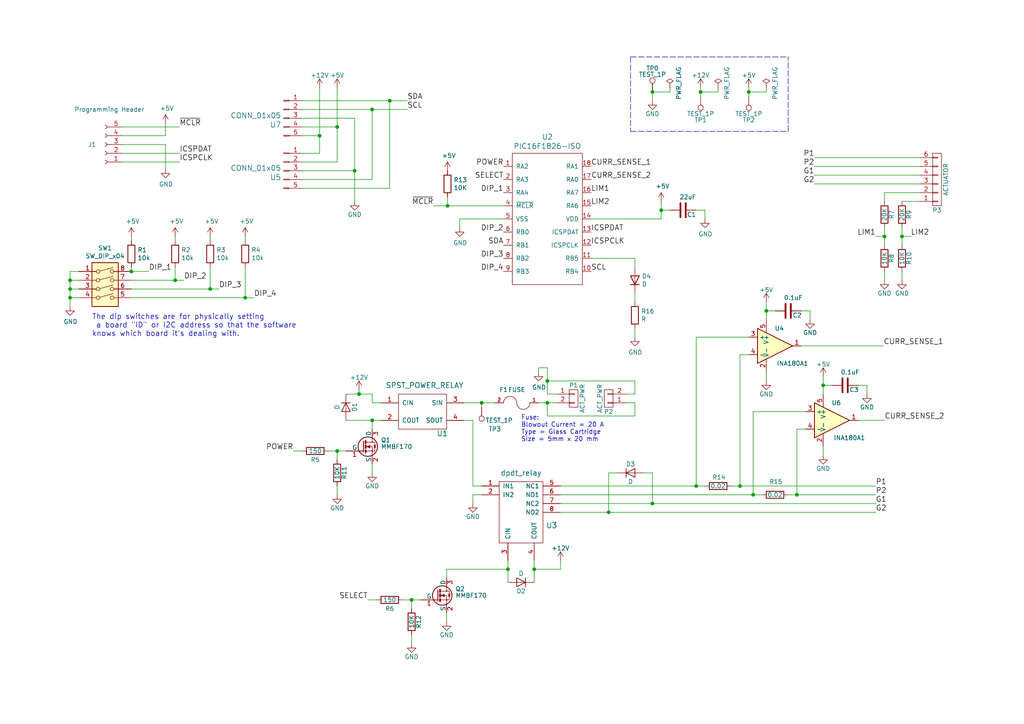
<source format=kicad_sch>
(kicad_sch (version 20211123) (generator eeschema)
  (paper "A4")
  (title_block (title "RLCS Relay Board") (date "2022-11-25") (rev "A") (company "Waterloo Rocketry Team"))
  (lib_symbols
    (symbol "Connector:Conn_01x05_Female" (pin_names (offset 1.016) hide)
      (property "Reference" "J" (at 0 7.62 0))
      (property "Value" "Conn_01x05_Female" (at 0 -7.62 0))
      (symbol "Conn_01x05_Female_1_1"
        (arc (start 0 -4.572) (mid -0.508 -5.08) (end 0 -5.588) (stroke (width 0.1524)))
        (arc (start 0 -2.032) (mid -0.508 -2.54) (end 0 -3.048) (stroke (width 0.1524)))
        (polyline (pts (xy -1.27 -5.08) (xy -0.508 -5.08)) (stroke (width 0.1524)))
        (polyline (pts (xy -1.27 -2.54) (xy -0.508 -2.54)) (stroke (width 0.1524)))
        (polyline (pts (xy -1.27 0) (xy -0.508 0)) (stroke (width 0.1524)))
        (polyline (pts (xy -1.27 2.54) (xy -0.508 2.54)) (stroke (width 0.1524)))
        (polyline (pts (xy -1.27 5.08) (xy -0.508 5.08)) (stroke (width 0.1524)))
        (arc (start 0 0.508) (mid -0.508 0) (end 0 -0.508) (stroke (width 0.1524)))
        (arc (start 0 3.048) (mid -0.508 2.54) (end 0 2.032) (stroke (width 0.1524)))
        (arc (start 0 5.588) (mid -0.508 5.08) (end 0 4.572) (stroke (width 0.1524)))
        (pin passive line (at -5.08 5.08 0) (length 3.81) (name "Pin_1") (number "1"))
        (pin passive line (at -5.08 2.54 0) (length 3.81) (name "Pin_2") (number "2"))
        (pin passive line (at -5.08 0 0) (length 3.81) (name "Pin_3") (number "3"))
        (pin passive line (at -5.08 -2.54 0) (length 3.81) (name "Pin_4") (number "4"))
        (pin passive line (at -5.08 -5.08 0) (length 3.81) (name "Pin_5") (number "5"))
      )
    )
    (symbol "Device:C" (pin_numbers hide) (pin_names (offset 0.254))
      (property "Reference" "C" (at 0.635 2.54 0))
      (property "Value" "C" (at 0.635 -2.54 0))
      (symbol "C_0_1"
        (polyline (pts (xy -2.032 -0.762) (xy 2.032 -0.762)) (stroke (width 0.508)))
        (polyline (pts (xy -2.032 0.762) (xy 2.032 0.762)) (stroke (width 0.508)))
      )
      (symbol "C_1_1"
        (pin passive line (at 0 3.81 270) (length 2.794) (name "~") (number "1"))
        (pin passive line (at 0 -3.81 90) (length 2.794) (name "~") (number "2"))
      )
    )
    (symbol "Device:D" (pin_numbers hide) (pin_names (offset 1.016) hide)
      (property "Reference" "D" (at 0 2.54 0))
      (property "Value" "D" (at 0 -2.54 0))
      (symbol "D_0_1"
        (polyline (pts (xy -1.27 1.27) (xy -1.27 -1.27)) (stroke (width 0.254)))
        (polyline (pts (xy 1.27 0) (xy -1.27 0)))
        (polyline (pts (xy 1.27 1.27) (xy 1.27 -1.27) (xy -1.27 0) (xy 1.27 1.27)) (stroke (width 0.254)))
      )
      (symbol "D_1_1"
        (pin passive line (at -3.81 0 0) (length 2.54) (name "K") (number "1"))
        (pin passive line (at 3.81 0 180) (length 2.54) (name "A") (number "2"))
      )
    )
    (symbol "Device:R" (pin_numbers hide) (pin_names (offset 0))
      (property "Reference" "R" (at 2.032 0 90))
      (property "Value" "R" (at 0 0 90))
      (symbol "R_0_1"
        (rectangle (start -1.016 -2.54) (end 1.016 2.54) (stroke (width 0.254)))
      )
      (symbol "R_1_1"
        (pin passive line (at 0 3.81 270) (length 1.27) (name "~") (number "1"))
        (pin passive line (at 0 -3.81 90) (length 1.27) (name "~") (number "2"))
      )
    )
    (symbol "Switch:SW_DIP_x04" (pin_names (offset 0) hide)
      (property "Reference" "SW" (at 0 8.89 0))
      (property "Value" "SW_DIP_x04" (at 0 -6.35 0))
      (symbol "SW_DIP_x04_0_0"
        (circle (center -2.032 -2.54) (radius 0.508))
        (circle (center -2.032 0) (radius 0.508))
        (circle (center -2.032 2.54) (radius 0.508))
        (circle (center -2.032 5.08) (radius 0.508))
        (polyline (pts (xy -1.524 -2.3876) (xy 2.3622 -1.3462)))
        (polyline (pts (xy -1.524 0.127) (xy 2.3622 1.1684)))
        (polyline (pts (xy -1.524 2.667) (xy 2.3622 3.7084)))
        (polyline (pts (xy -1.524 5.207) (xy 2.3622 6.2484)))
        (circle (center 2.032 -2.54) (radius 0.508))
        (circle (center 2.032 0) (radius 0.508))
        (circle (center 2.032 2.54) (radius 0.508))
        (circle (center 2.032 5.08) (radius 0.508))
      )
      (symbol "SW_DIP_x04_0_1"
        (rectangle (start -3.81 7.62) (end 3.81 -5.08) (stroke (width 0.254)) (fill (type background)))
      )
      (symbol "SW_DIP_x04_1_1"
        (pin passive line (at -7.62 5.08 0) (length 5.08) (name "~") (number "1"))
        (pin passive line (at -7.62 2.54 0) (length 5.08) (name "~") (number "2"))
        (pin passive line (at -7.62 0 0) (length 5.08) (name "~") (number "3"))
        (pin passive line (at -7.62 -2.54 0) (length 5.08) (name "~") (number "4"))
        (pin passive line (at 7.62 -2.54 180) (length 5.08) (name "~") (number "5"))
        (pin passive line (at 7.62 0 180) (length 5.08) (name "~") (number "6"))
        (pin passive line (at 7.62 2.54 180) (length 5.08) (name "~") (number "7"))
        (pin passive line (at 7.62 5.08 180) (length 5.08) (name "~") (number "8"))
      )
    )
    (symbol "power:+5V" (power) (pin_names (offset 0))
      (property "Value" "+5V" (at 0 3.556 0))
      (symbol "+5V_0_1"
        (polyline (pts (xy -0.762 1.27) (xy 0 2.54)))
        (polyline (pts (xy 0 0) (xy 0 2.54)))
        (polyline (pts (xy 0 2.54) (xy 0.762 1.27)))
      )
      (symbol "+5V_1_1"
        (pin power_in line (at 0 0 90) (length 0) hide (name "+5V") (number "1"))
      )
    )
    (symbol "power:GND" (power) (pin_names (offset 0))
      (property "Value" "GND" (at 0 -3.81 0))
      (symbol "GND_0_1"
        (polyline (pts (xy 0 0) (xy 0 -1.27) (xy 1.27 -1.27) (xy 0 -2.54) (xy -1.27 -1.27) (xy 0 -1.27)))
      )
      (symbol "GND_1_1"
        (pin power_in line (at 0 0 270) (length 0) hide (name "GND") (number "1"))
      )
    )
    (symbol "power:PWR_FLAG" (power) (pin_numbers hide) (pin_names (offset 0) hide)
      (property "Value" "PWR_FLAG" (at 0 3.81 0))
      (symbol "PWR_FLAG_0_0"
        (pin power_out line (at 0 0 90) (length 0) (name "pwr") (number "1"))
      )
      (symbol "PWR_FLAG_0_1"
        (polyline (pts (xy 0 0) (xy 0 1.27) (xy -1.016 1.905) (xy 0 2.54) (xy 1.016 1.905) (xy 0 1.27)))
      )
    )
    (symbol "rlcsv4_modular-rescue:+12V-rlcsv3_modular-rescue" (power) (pin_names (offset 0))
      (property "Value" "+12V-rlcsv3_modular-rescue" (at 0 3.556 0))
      (symbol "+12V-rlcsv3_modular-rescue_0_1"
        (polyline (pts (xy -0.762 1.27) (xy 0 2.54)))
        (polyline (pts (xy 0 0) (xy 0 2.54)))
        (polyline (pts (xy 0 2.54) (xy 0.762 1.27)))
      )
      (symbol "+12V-rlcsv3_modular-rescue_1_1"
        (pin power_in line (at 0 0 90) (length 0) hide (name "+12V") (number "1"))
      )
    )
    (symbol "rlcsv4_modular-rescue:+5V-rlcsv3_modular-rescue" (power) (pin_names (offset 0))
      (property "Value" "+5V-rlcsv3_modular-rescue" (at 0 3.556 0))
      (symbol "+5V-rlcsv3_modular-rescue_0_1"
        (polyline (pts (xy -0.762 1.27) (xy 0 2.54)))
        (polyline (pts (xy 0 0) (xy 0 2.54)))
        (polyline (pts (xy 0 2.54) (xy 0.762 1.27)))
      )
      (symbol "+5V-rlcsv3_modular-rescue_1_1"
        (pin power_in line (at 0 0 90) (length 0) hide (name "+5V") (number "1"))
      )
    )
    (symbol "rlcsv4_modular-rescue:C-rlcsv3_modular-rescue" (pin_numbers hide) (pin_names (offset 0.254))
      (property "Reference" "C" (at 0.635 2.54 0))
      (property "Value" "C-rlcsv3_modular-rescue" (at 0.635 -2.54 0))
      (symbol "C-rlcsv3_modular-rescue_0_1"
        (polyline (pts (xy -2.032 -0.762) (xy 2.032 -0.762)) (stroke (width 0.508)))
        (polyline (pts (xy -2.032 0.762) (xy 2.032 0.762)) (stroke (width 0.508)))
      )
      (symbol "C-rlcsv3_modular-rescue_1_1"
        (pin passive line (at 0 3.81 270) (length 2.794) (name "~") (number "1"))
        (pin passive line (at 0 -3.81 90) (length 2.794) (name "~") (number "2"))
      )
    )
    (symbol "rlcsv4_modular-rescue:CONN_01X02-rlcsv3_modular-rescue" (pin_names (offset 1.016) hide)
      (property "Reference" "J" (at 0 3.81 0))
      (property "Value" "CONN_01X02-rlcsv3_modular-rescue" (at 2.54 0 90))
      (symbol "CONN_01X02-rlcsv3_modular-rescue_0_1"
        (rectangle (start -1.27 -1.143) (end 0.254 -1.397))
        (rectangle (start -1.27 1.397) (end 0.254 1.143))
        (rectangle (start -1.27 2.54) (end 1.27 -2.54))
      )
      (symbol "CONN_01X02-rlcsv3_modular-rescue_1_1"
        (pin passive line (at -5.08 1.27 0) (length 3.81) (name "P1") (number "1"))
        (pin passive line (at -5.08 -1.27 0) (length 3.81) (name "P2") (number "2"))
      )
    )
    (symbol "rlcsv4_modular-rescue:CONN_01X06-rlcsv3_modular-rescue" (pin_names (offset 1.016) hide)
      (property "Reference" "J" (at 0 8.89 0))
      (property "Value" "CONN_01X06-rlcsv3_modular-rescue" (at 2.54 0 90))
      (symbol "CONN_01X06-rlcsv3_modular-rescue_0_1"
        (rectangle (start -1.27 -6.223) (end 0.254 -6.477))
        (rectangle (start -1.27 -3.683) (end 0.254 -3.937))
        (rectangle (start -1.27 -1.143) (end 0.254 -1.397))
        (rectangle (start -1.27 1.397) (end 0.254 1.143))
        (rectangle (start -1.27 3.937) (end 0.254 3.683))
        (rectangle (start -1.27 6.477) (end 0.254 6.223))
        (rectangle (start -1.27 7.62) (end 1.27 -7.62))
      )
      (symbol "CONN_01X06-rlcsv3_modular-rescue_1_1"
        (pin passive line (at -5.08 6.35 0) (length 3.81) (name "P1") (number "1"))
        (pin passive line (at -5.08 3.81 0) (length 3.81) (name "P2") (number "2"))
        (pin passive line (at -5.08 1.27 0) (length 3.81) (name "P3") (number "3"))
        (pin passive line (at -5.08 -1.27 0) (length 3.81) (name "P4") (number "4"))
        (pin passive line (at -5.08 -3.81 0) (length 3.81) (name "P5") (number "5"))
        (pin passive line (at -5.08 -6.35 0) (length 3.81) (name "P6") (number "6"))
      )
    )
    (symbol "rlcsv4_modular-rescue:CONN_01x05-rlcsv3_modular-rescue" (pin_names (offset 1.016))
      (property "Reference" "U" (at 0 2.54 0))
      (property "Value" "CONN_01x05-rlcsv3_modular-rescue" (at 3.81 -3.81 90))
      (symbol "CONN_01x05-rlcsv3_modular-rescue_1_1"
        (rectangle (start 0 -10.033) (end 1.524 -10.287))
        (rectangle (start 0 -7.493) (end 1.524 -7.747))
        (rectangle (start 0 -4.953) (end 1.524 -5.207))
        (rectangle (start 0 -2.413) (end 1.524 -2.667))
        (rectangle (start 0 0.127) (end 1.524 -0.127))
        (pin passive line (at -3.81 -10.16 0) (length 3.81) (name "~") (number "1"))
        (pin passive line (at -3.81 -7.62 0) (length 3.81) (name "~") (number "2"))
        (pin passive line (at -3.81 -5.08 0) (length 3.81) (name "~") (number "3"))
        (pin passive line (at -3.81 -2.54 0) (length 3.81) (name "~") (number "4"))
        (pin passive line (at -3.81 0 0) (length 3.81) (name "~") (number "5"))
      )
    )
    (symbol "rlcsv4_modular-rescue:D-rlcsv3_modular-rescue" (pin_numbers hide) (pin_names (offset 1.016) hide)
      (property "Reference" "D" (at 0 2.54 0))
      (property "Value" "D-rlcsv3_modular-rescue" (at 0 -2.54 0))
      (symbol "D-rlcsv3_modular-rescue_0_1"
        (polyline (pts (xy -1.27 1.27) (xy -1.27 -1.27)) (stroke (width 0.2032)))
        (polyline (pts (xy 1.27 0) (xy -1.27 0)))
        (polyline (pts (xy 1.27 1.27) (xy 1.27 -1.27) (xy -1.27 0) (xy 1.27 1.27)) (stroke (width 0.2032)))
      )
      (symbol "D-rlcsv3_modular-rescue_1_1"
        (pin passive line (at -3.81 0 0) (length 2.54) (name "K") (number "1"))
        (pin passive line (at 3.81 0 180) (length 2.54) (name "A") (number "2"))
      )
    )
    (symbol "rlcsv4_modular-rescue:FUSE-rlcsv3_modular-rescue" (pin_names (offset 0.254))
      (property "Reference" "F" (at 2.54 1.27 0))
      (property "Value" "FUSE-rlcsv3_modular-rescue" (at -2.54 -1.27 0))
      (symbol "FUSE-rlcsv3_modular-rescue_0_1"
        (arc (start 0 0) (mid -1.905 1.905) (end -3.81 0))
        (arc (start 0 0) (mid 1.905 -1.905) (end 3.81 0))
      )
      (symbol "FUSE-rlcsv3_modular-rescue_1_1"
        (pin input line (at -6.35 0 0) (length 2.54) (name "~") (number "1"))
        (pin input line (at 6.35 0 180) (length 2.54) (name "~") (number "2"))
      )
    )
    (symbol "rlcsv4_modular-rescue:GND-rlcsv3_modular-rescue" (power) (pin_names (offset 0))
      (property "Value" "GND-rlcsv3_modular-rescue" (at 0 -3.81 0))
      (symbol "GND-rlcsv3_modular-rescue_0_1"
        (polyline (pts (xy 0 0) (xy 0 -1.27) (xy 1.27 -1.27) (xy 0 -2.54) (xy -1.27 -1.27) (xy 0 -1.27)))
      )
      (symbol "GND-rlcsv3_modular-rescue_1_1"
        (pin power_in line (at 0 0 270) (length 0) hide (name "GND") (number "1"))
      )
    )
    (symbol "rlcsv4_modular-rescue:MCP601-rlcsv3_modular-rescue"
      (property "Reference" "U" (at 1.27 5.08 0))
      (property "Value" "MCP601-rlcsv3_modular-rescue" (at 5.08 -5.08 0))
      (symbol "MCP601-rlcsv3_modular-rescue_0_1"
        (polyline (pts (xy -5.08 5.08) (xy 5.08 0) (xy -5.08 -5.08) (xy -5.08 5.08)) (stroke (width 0.254)) (fill (type background)))
      )
      (symbol "MCP601-rlcsv3_modular-rescue_1_1"
        (pin output line (at 7.62 0 180) (length 2.54) (name "~") (number "1"))
        (pin input line (at -2.54 -7.62 90) (length 3.81) (name "V-") (number "2"))
        (pin input line (at -7.62 2.54 0) (length 2.54) (name "+") (number "3"))
        (pin input line (at -7.62 -2.54 0) (length 2.54) (name "-") (number "4"))
        (pin input line (at -2.54 7.62 270) (length 3.81) (name "V+") (number "5"))
      )
    )
    (symbol "rlcsv4_modular-rescue:MMBF170-rlcsv3_modular-rescue" (pin_names (offset 0))
      (property "Reference" "Q" (at 5.08 1.905 0))
      (property "Value" "MMBF170-rlcsv3_modular-rescue" (at 5.08 0 0))
      (symbol "MMBF170-rlcsv3_modular-rescue_0_1"
        (polyline (pts (xy 0.635 -1.016) (xy 0.635 -1.651)) (stroke (width 0.508)))
        (polyline (pts (xy 0.635 0.381) (xy 0.635 -0.381)) (stroke (width 0.508)))
        (polyline (pts (xy 0.635 1.651) (xy 0.635 1.016)) (stroke (width 0.508)))
        (polyline (pts (xy 3.048 0.381) (xy 2.921 0.254)))
        (polyline (pts (xy 3.048 0.381) (xy 3.556 0.381)))
        (polyline (pts (xy 3.556 0.381) (xy 3.683 0.508)))
        (polyline (pts (xy 0 1.524) (xy 0 -1.524) (xy 0 -1.524)) (stroke (width 0.254)))
        (polyline (pts (xy 0.762 -1.27) (xy 2.54 -1.27) (xy 2.54 -2.54) (xy 2.54 -2.54)))
        (polyline (pts (xy 0.762 1.27) (xy 2.54 1.27) (xy 2.54 2.54) (xy 2.54 2.54)))
        (polyline (pts (xy 2.54 1.27) (xy 3.302 1.27) (xy 3.302 -1.27) (xy 2.54 -1.27)))
        (polyline (pts (xy 3.302 0.381) (xy 3.048 -0.254) (xy 3.556 -0.254) (xy 3.302 0.381)) (fill (type outline)))
        (polyline (pts (xy 0.762 0) (xy 1.27 0) (xy 2.54 0) (xy 2.54 -1.27) (xy 2.54 -1.27)))
        (polyline (pts (xy 0.889 0) (xy 1.905 0.381) (xy 1.905 -0.381) (xy 0.889 0) (xy 1.016 0) (xy 1.016 0)) (fill (type outline)))
        (circle (center 1.27 0) (radius 2.8194) (stroke (width 0.254)))
        (circle (center 2.54 -1.27) (radius 0.127))
        (circle (center 2.54 1.27) (radius 0.127))
      )
      (symbol "MMBF170-rlcsv3_modular-rescue_1_1"
        (pin input line (at -5.08 -1.27 0) (length 5.08) (name "G") (number "1"))
        (pin passive line (at 2.54 -5.08 90) (length 2.54) (name "S") (number "2"))
        (pin passive line (at 2.54 5.08 270) (length 2.54) (name "D") (number "3"))
      )
    )
    (symbol "rlcsv4_modular-rescue:PIC16F1826-ISO-rlcsv3_modular-rescue" (pin_names (offset 1.016))
      (property "Reference" "U" (at 0 11.43 0))
      (property "Value" "PIC16F1826-ISO-rlcsv3_modular-rescue" (at 0 13.97 0))
      (symbol "PIC16F1826-ISO-rlcsv3_modular-rescue_0_1"
        (rectangle (start -10.16 10.16) (end 10.16 -27.94))
      )
      (symbol "PIC16F1826-ISO-rlcsv3_modular-rescue_1_1"
        (pin input line (at -12.7 6.35 0) (length 2.54) (name "RA2") (number "1"))
        (pin input line (at 12.7 -24.13 180) (length 2.54) (name "RB4") (number "10"))
        (pin input line (at 12.7 -20.32 180) (length 2.54) (name "RB5") (number "11"))
        (pin input line (at 12.7 -16.51 180) (length 2.54) (name "ICSPCLK") (number "12"))
        (pin input line (at 12.7 -12.7 180) (length 2.54) (name "ICSPDAT") (number "13"))
        (pin input line (at 12.7 -8.89 180) (length 2.54) (name "VDD") (number "14"))
        (pin input line (at 12.7 -5.08 180) (length 2.54) (name "RA6") (number "15"))
        (pin input line (at 12.7 -1.27 180) (length 2.54) (name "RA7") (number "16"))
        (pin input line (at 12.7 2.54 180) (length 2.54) (name "RA0") (number "17"))
        (pin input line (at 12.7 6.35 180) (length 2.54) (name "RA1") (number "18"))
        (pin input line (at -12.7 2.54 0) (length 2.54) (name "RA3") (number "2"))
        (pin input line (at -12.7 -1.27 0) (length 2.54) (name "RA4") (number "3"))
        (pin input line (at -12.7 -5.08 0) (length 2.54) (name "~{MCLR}") (number "4"))
        (pin input line (at -12.7 -8.89 0) (length 2.54) (name "VSS") (number "5"))
        (pin input line (at -12.7 -12.7 0) (length 2.54) (name "RB0") (number "6"))
        (pin input line (at -12.7 -16.51 0) (length 2.54) (name "RB1") (number "7"))
        (pin input line (at -12.7 -20.32 0) (length 2.54) (name "RB2") (number "8"))
        (pin input line (at -12.7 -24.13 0) (length 2.54) (name "RB3") (number "9"))
      )
    )
    (symbol "rlcsv4_modular-rescue:R-rlcsv3_modular-rescue" (pin_numbers hide) (pin_names (offset 0))
      (property "Reference" "R" (at 2.032 0 90))
      (property "Value" "R-rlcsv3_modular-rescue" (at 0 0 90))
      (symbol "R-rlcsv3_modular-rescue_0_1"
        (rectangle (start -1.016 -2.54) (end 1.016 2.54) (stroke (width 0.254)))
      )
      (symbol "R-rlcsv3_modular-rescue_1_1"
        (pin passive line (at 0 3.81 270) (length 1.27) (name "~") (number "1"))
        (pin passive line (at 0 -3.81 90) (length 1.27) (name "~") (number "2"))
      )
    )
    (symbol "rlcsv4_modular-rescue:SPST_POWER_RELAY-rlcsv3_modular-rescue" (pin_names (offset 1.016))
      (property "Reference" "U" (at 5.08 -13.97 0))
      (property "Value" "SPST_POWER_RELAY-rlcsv3_modular-rescue" (at 0 0 0))
      (symbol "SPST_POWER_RELAY-rlcsv3_modular-rescue_0_1"
        (rectangle (start -7.62 -2.54) (end 6.35 -12.7))
      )
      (symbol "SPST_POWER_RELAY-rlcsv3_modular-rescue_1_1"
        (pin input line (at -12.7 -5.08 0) (length 5.08) (name "CIN") (number "1"))
        (pin output line (at -12.7 -10.16 0) (length 5.08) (name "COUT") (number "2"))
        (pin input line (at 11.43 -5.08 180) (length 5.08) (name "SIN") (number "3"))
        (pin output line (at 11.43 -10.16 180) (length 5.08) (name "SOUT") (number "4"))
      )
    )
    (symbol "rlcsv4_modular-rescue:TEST_1P-rlcsv3_modular-rescue" (pin_numbers hide) (pin_names (offset 0.762) hide)
      (property "Reference" "J" (at 0 6.858 0))
      (property "Value" "TEST_1P-rlcsv3_modular-rescue" (at 0 5.08 0))
      (symbol "TEST_1P-rlcsv3_modular-rescue_0_1"
        (circle (center 0 3.302) (radius 0.762))
      )
      (symbol "TEST_1P-rlcsv3_modular-rescue_1_1"
        (pin passive line (at 0 0 90) (length 2.54) (name "1") (number "1"))
      )
    )
    (symbol "rlcsv4_modular-rescue:dpdt_relay-rlcsv3_modular-rescue" (pin_names (offset 1.016))
      (property "Reference" "U" (at 8.89 -15.24 0))
      (property "Value" "dpdt_relay-rlcsv3_modular-rescue" (at 0 0 0))
      (symbol "dpdt_relay-rlcsv3_modular-rescue_0_1"
        (rectangle (start -6.35 -2.54) (end 6.35 -20.32))
      )
      (symbol "dpdt_relay-rlcsv3_modular-rescue_1_1"
        (pin input line (at -11.43 -3.81 0) (length 5.08) (name "IN1") (number "1"))
        (pin input line (at -11.43 -6.35 0) (length 5.08) (name "IN2") (number "2"))
        (pin input line (at -3.81 -25.4 90) (length 5.08) (name "CIN") (number "3"))
        (pin input line (at 3.81 -25.4 90) (length 5.08) (name "COUT") (number "4"))
        (pin input line (at 11.43 -3.81 180) (length 5.08) (name "NC1") (number "5"))
        (pin input line (at 11.43 -6.35 180) (length 5.08) (name "NO1") (number "6"))
        (pin input line (at 11.43 -8.89 180) (length 5.08) (name "NC2") (number "7"))
        (pin input line (at 11.43 -11.43 180) (length 5.08) (name "NO2") (number "8"))
      )
    )
  )
  (junction (at 20.32 86.36))
  (junction (at 38.1 78.74))
  (junction (at 129.794 59.69))
  (junction (at 139.7 116.84))
  (junction (at 176.53 148.59))
  (junction (at 104.14 114.3))
  (junction (at 97.79 36.83))
  (junction (at 158.75 116.84))
  (junction (at 107.95 121.92))
  (junction (at 113.03 29.21))
  (junction (at 97.79 130.81))
  (junction (at 20.32 81.28))
  (junction (at 60.96 83.82))
  (junction (at 261.62 68.58))
  (junction (at 189.23 146.05))
  (junction (at 158.75 110.49))
  (junction (at 217.17 26.67))
  (junction (at 191.77 60.96))
  (junction (at 119.38 173.99))
  (junction (at 102.87 49.53))
  (junction (at 147.32 165.1))
  (junction (at 218.44 143.51))
  (junction (at 154.94 165.1))
  (junction (at 231.14 143.51))
  (junction (at 20.32 83.82))
  (junction (at 71.12 86.36))
  (junction (at 214.63 140.97))
  (junction (at 189.23 26.67))
  (junction (at 238.76 111.76))
  (junction (at 50.8 81.28))
  (junction (at 201.93 140.97))
  (junction (at 203.2 26.67))
  (junction (at 107.95 31.75))
  (junction (at 222.25 90.17))
  (junction (at 92.71 39.37))
  (junction (at 256.54 68.58))
  (polyline (pts (xy 182.88 16.51) (xy 228.6 16.51)))
  (wire (pts (xy 261.62 68.58) (xy 261.62 66.04)))
  (wire (pts (xy 231.14 143.51) (xy 254 143.51)))
  (wire (pts (xy 184.15 116.84) (xy 181.61 116.84)))
  (wire (pts (xy 218.44 119.38) (xy 233.68 119.38)))
  (wire (pts (xy 143.51 116.84) (xy 139.7 116.84)))
  (wire (pts (xy 154.94 165.1) (xy 162.56 165.1)))
  (wire (pts (xy 176.53 148.59) (xy 254 148.59)))
  (wire (pts (xy 176.53 137.16) (xy 176.53 148.59)))
  (wire (pts (xy 261.62 68.58) (xy 261.62 71.12)))
  (wire (pts (xy 214.63 102.87) (xy 214.63 140.97)))
  (wire (pts (xy 71.12 68.58) (xy 71.12 69.85)))
  (wire (pts (xy 53.34 81.28) (xy 50.8 81.28)))
  (wire (pts (xy 20.32 83.82) (xy 20.32 86.36)))
  (wire (pts (xy 60.96 83.82) (xy 38.1 83.82)))
  (wire (pts (xy 35.56 46.99) (xy 52.07 46.99)))
  (wire (pts (xy 201.93 60.96) (xy 204.47 60.96)))
  (wire (pts (xy 184.15 74.93) (xy 171.45 74.93)))
  (wire (pts (xy 158.75 116.84) (xy 158.75 120.65)))
  (wire (pts (xy 217.17 102.87) (xy 214.63 102.87)))
  (wire (pts (xy 113.03 29.21) (xy 113.03 54.61)))
  (wire (pts (xy 156.21 116.84) (xy 158.75 116.84)))
  (wire (pts (xy 104.14 113.03) (xy 104.14 114.3)))
  (wire (pts (xy 134.62 116.84) (xy 139.7 116.84)))
  (wire (pts (xy 189.23 146.05) (xy 254 146.05)))
  (wire (pts (xy 22.86 83.82) (xy 20.32 83.82)))
  (wire (pts (xy 220.98 143.51) (xy 218.44 143.51)))
  (wire (pts (xy 102.87 49.53) (xy 102.87 58.42)))
  (wire (pts (xy 137.16 143.51) (xy 139.7 143.51)))
  (wire (pts (xy 228.6 143.51) (xy 231.14 143.51)))
  (wire (pts (xy 107.95 137.16) (xy 107.95 134.62)))
  (wire (pts (xy 116.84 173.99) (xy 119.38 173.99)))
  (wire (pts (xy 106.68 173.99) (xy 109.22 173.99)))
  (wire (pts (xy 191.77 60.96) (xy 194.31 60.96)))
  (wire (pts (xy 87.63 29.21) (xy 113.03 29.21)))
  (wire (pts (xy 100.33 114.3) (xy 104.14 114.3)))
  (wire (pts (xy 158.75 120.65) (xy 184.15 120.65)))
  (wire (pts (xy 48.006 35.814) (xy 48.006 39.37)))
  (wire (pts (xy 87.63 36.83) (xy 97.79 36.83)))
  (wire (pts (xy 137.16 121.92) (xy 134.62 121.92)))
  (wire (pts (xy 129.54 165.1) (xy 129.54 167.64)))
  (wire (pts (xy 217.17 97.79) (xy 201.93 97.79)))
  (wire (pts (xy 222.25 110.49) (xy 222.25 107.95)))
  (wire (pts (xy 251.46 111.76) (xy 251.46 114.3)))
  (wire (pts (xy 238.76 111.76) (xy 238.76 114.3)))
  (wire (pts (xy 162.56 143.51) (xy 218.44 143.51)))
  (wire (pts (xy 238.76 129.54) (xy 238.76 132.08)))
  (wire (pts (xy 73.66 86.36) (xy 71.12 86.36)))
  (wire (pts (xy 248.92 111.76) (xy 251.46 111.76)))
  (wire (pts (xy 97.79 130.81) (xy 97.79 133.35)))
  (wire (pts (xy 71.12 77.47) (xy 71.12 86.36)))
  (wire (pts (xy 186.69 137.16) (xy 189.23 137.16)))
  (wire (pts (xy 264.16 68.58) (xy 261.62 68.58)))
  (wire (pts (xy 154.94 168.91) (xy 154.94 165.1)))
  (wire (pts (xy 71.12 86.36) (xy 38.1 86.36)))
  (wire (pts (xy 256.54 81.28) (xy 256.54 78.74)))
  (wire (pts (xy 256.54 58.42) (xy 256.54 55.88)))
  (wire (pts (xy 203.2 26.67) (xy 203.2 27.94)))
  (wire (pts (xy 236.22 50.8) (xy 266.7 50.8)))
  (wire (pts (xy 87.63 46.99) (xy 97.79 46.99)))
  (wire (pts (xy 137.16 140.97) (xy 139.7 140.97)))
  (wire (pts (xy 184.15 110.49) (xy 184.15 114.3)))
  (wire (pts (xy 212.09 140.97) (xy 214.63 140.97)))
  (wire (pts (xy 231.14 124.46) (xy 231.14 143.51)))
  (wire (pts (xy 184.15 87.63) (xy 184.15 85.09)))
  (wire (pts (xy 92.71 39.37) (xy 92.71 44.45)))
  (wire (pts (xy 107.95 116.84) (xy 107.95 114.3)))
  (wire (pts (xy 87.63 54.61) (xy 113.03 54.61)))
  (wire (pts (xy 92.71 25.4) (xy 92.71 39.37)))
  (wire (pts (xy 158.75 114.3) (xy 158.75 110.49)))
  (wire (pts (xy 60.96 77.47) (xy 60.96 83.82)))
  (wire (pts (xy 236.22 48.26) (xy 266.7 48.26)))
  (wire (pts (xy 38.1 81.28) (xy 50.8 81.28)))
  (wire (pts (xy 194.31 25.4) (xy 194.31 26.67)))
  (wire (pts (xy 129.794 57.15) (xy 129.794 59.69)))
  (wire (pts (xy 224.79 90.17) (xy 222.25 90.17)))
  (wire (pts (xy 125.73 59.69) (xy 129.794 59.69)))
  (wire (pts (xy 35.56 36.83) (xy 52.07 36.83)))
  (wire (pts (xy 162.56 162.56) (xy 162.56 165.1)))
  (wire (pts (xy 162.56 140.97) (xy 201.93 140.97)))
  (wire (pts (xy 217.17 25.4) (xy 217.17 26.67)))
  (wire (pts (xy 119.38 173.99) (xy 119.38 176.53)))
  (wire (pts (xy 184.15 120.65) (xy 184.15 116.84)))
  (wire (pts (xy 119.38 186.69) (xy 119.38 184.15)))
  (wire (pts (xy 100.33 121.92) (xy 107.95 121.92)))
  (wire (pts (xy 184.15 77.47) (xy 184.15 74.93)))
  (wire (pts (xy 147.32 165.1) (xy 147.32 168.91)))
  (wire (pts (xy 113.03 29.21) (xy 118.11 29.21)))
  (wire (pts (xy 133.35 63.5) (xy 146.05 63.5)))
  (wire (pts (xy 238.76 109.22) (xy 238.76 111.76)))
  (wire (pts (xy 20.32 86.36) (xy 20.32 88.9)))
  (wire (pts (xy 107.95 31.75) (xy 118.11 31.75)))
  (wire (pts (xy 102.87 34.29) (xy 102.87 49.53)))
  (wire (pts (xy 20.32 78.74) (xy 20.32 81.28)))
  (wire (pts (xy 154.94 162.56) (xy 154.94 165.1)))
  (wire (pts (xy 194.31 26.67) (xy 189.23 26.67)))
  (wire (pts (xy 104.14 114.3) (xy 107.95 114.3)))
  (wire (pts (xy 222.25 90.17) (xy 222.25 92.71)))
  (wire (pts (xy 238.76 111.76) (xy 241.3 111.76)))
  (wire (pts (xy 139.7 118.11) (xy 139.7 116.84)))
  (wire (pts (xy 184.15 114.3) (xy 181.61 114.3)))
  (wire (pts (xy 201.93 97.79) (xy 201.93 140.97)))
  (wire (pts (xy 191.77 60.96) (xy 191.77 63.5)))
  (wire (pts (xy 222.25 25.4) (xy 222.25 26.67)))
  (wire (pts (xy 22.86 78.74) (xy 20.32 78.74)))
  (wire (pts (xy 254 68.58) (xy 256.54 68.58)))
  (wire (pts (xy 119.38 173.99) (xy 121.92 173.99)))
  (wire (pts (xy 204.47 60.96) (xy 204.47 63.5)))
  (wire (pts (xy 38.1 69.85) (xy 38.1 68.58)))
  (wire (pts (xy 85.09 130.81) (xy 87.63 130.81)))
  (wire (pts (xy 92.71 44.45) (xy 87.63 44.45)))
  (wire (pts (xy 232.41 100.33) (xy 256.286 100.33)))
  (wire (pts (xy 179.07 137.16) (xy 176.53 137.16)))
  (wire (pts (xy 97.79 25.4) (xy 97.79 36.83)))
  (wire (pts (xy 87.63 34.29) (xy 102.87 34.29)))
  (wire (pts (xy 208.28 26.67) (xy 203.2 26.67)))
  (wire (pts (xy 107.95 121.92) (xy 110.49 121.92)))
  (wire (pts (xy 222.25 26.67) (xy 217.17 26.67)))
  (wire (pts (xy 234.95 90.17) (xy 234.95 92.71)))
  (wire (pts (xy 158.75 106.68) (xy 156.21 106.68)))
  (wire (pts (xy 137.16 143.51) (xy 137.16 146.05)))
  (polyline (pts (xy 182.88 38.1) (xy 228.6 38.1)))
  (wire (pts (xy 129.794 59.69) (xy 146.05 59.69)))
  (wire (pts (xy 97.79 36.83) (xy 97.79 46.99)))
  (wire (pts (xy 107.95 116.84) (xy 110.49 116.84)))
  (wire (pts (xy 256.54 68.58) (xy 256.54 66.04)))
  (wire (pts (xy 107.95 31.75) (xy 107.95 52.07)))
  (wire (pts (xy 266.7 58.42) (xy 261.62 58.42)))
  (wire (pts (xy 158.75 110.49) (xy 184.15 110.49)))
  (wire (pts (xy 87.63 49.53) (xy 102.87 49.53)))
  (wire (pts (xy 256.54 55.88) (xy 266.7 55.88)))
  (wire (pts (xy 129.54 177.8) (xy 129.54 180.34)))
  (wire (pts (xy 214.63 140.97) (xy 254 140.97)))
  (wire (pts (xy 87.63 52.07) (xy 107.95 52.07)))
  (wire (pts (xy 22.86 86.36) (xy 20.32 86.36)))
  (wire (pts (xy 158.75 110.49) (xy 158.75 106.68)))
  (wire (pts (xy 50.8 68.58) (xy 50.8 69.85)))
  (wire (pts (xy 256.54 68.58) (xy 256.54 71.12)))
  (wire (pts (xy 60.96 68.58) (xy 60.96 69.85)))
  (wire (pts (xy 87.63 39.37) (xy 92.71 39.37)))
  (wire (pts (xy 137.16 121.92) (xy 137.16 140.97)))
  (wire (pts (xy 97.79 130.81) (xy 100.33 130.81)))
  (wire (pts (xy 107.95 121.92) (xy 107.95 124.46)))
  (wire (pts (xy 35.56 44.45) (xy 52.07 44.45)))
  (wire (pts (xy 236.22 45.72) (xy 266.7 45.72)))
  (wire (pts (xy 22.86 81.28) (xy 20.32 81.28)))
  (wire (pts (xy 203.2 25.4) (xy 203.2 26.67)))
  (wire (pts (xy 233.68 124.46) (xy 231.14 124.46)))
  (wire (pts (xy 48.006 41.91) (xy 48.006 49.022)))
  (wire (pts (xy 97.79 143.51) (xy 97.79 140.97)))
  (wire (pts (xy 95.25 130.81) (xy 97.79 130.81)))
  (wire (pts (xy 162.56 148.59) (xy 176.53 148.59)))
  (wire (pts (xy 133.35 66.04) (xy 133.35 63.5)))
  (wire (pts (xy 222.25 87.63) (xy 222.25 90.17)))
  (wire (pts (xy 218.44 143.51) (xy 218.44 119.38)))
  (wire (pts (xy 162.56 146.05) (xy 189.23 146.05)))
  (polyline (pts (xy 182.88 16.51) (xy 182.88 38.1)))
  (wire (pts (xy 156.21 106.68) (xy 156.21 107.95)))
  (wire (pts (xy 189.23 137.16) (xy 189.23 146.05)))
  (wire (pts (xy 191.77 58.42) (xy 191.77 60.96)))
  (wire (pts (xy 204.47 140.97) (xy 201.93 140.97)))
  (wire (pts (xy 63.5 83.82) (xy 60.96 83.82)))
  (wire (pts (xy 171.45 63.5) (xy 191.77 63.5)))
  (wire (pts (xy 248.92 121.92) (xy 256.54 121.92)))
  (wire (pts (xy 208.28 25.4) (xy 208.28 26.67)))
  (wire (pts (xy 161.29 116.84) (xy 158.75 116.84)))
  (wire (pts (xy 147.32 162.56) (xy 147.32 165.1)))
  (wire (pts (xy 232.41 90.17) (xy 234.95 90.17)))
  (wire (pts (xy 129.54 165.1) (xy 147.32 165.1)))
  (wire (pts (xy 35.56 41.91) (xy 48.006 41.91)))
  (wire (pts (xy 43.18 78.74) (xy 38.1 78.74)))
  (polyline (pts (xy 228.6 38.1) (xy 228.6 16.51)))
  (wire (pts (xy 87.63 31.75) (xy 107.95 31.75)))
  (wire (pts (xy 50.8 81.28) (xy 50.8 77.47)))
  (wire (pts (xy 48.006 39.37) (xy 35.56 39.37)))
  (wire (pts (xy 189.23 26.67) (xy 189.23 29.21)))
  (wire (pts (xy 161.29 114.3) (xy 158.75 114.3)))
  (wire (pts (xy 236.22 53.34) (xy 266.7 53.34)))
  (wire (pts (xy 20.32 81.28) (xy 20.32 83.82)))
  (wire (pts (xy 217.17 26.67) (xy 217.17 27.94)))
  (wire (pts (xy 184.15 95.25) (xy 184.15 97.79)))
  (wire (pts (xy 38.1 77.47) (xy 38.1 78.74)))
  (wire (pts (xy 261.62 78.74) (xy 261.62 81.28)))
  (text "Fuse: \nBlowout Current = 20 A\nType = Glass Cartridge\nSize = 5mm x 20 mm" (at 151.13 128.27 0) (effects (font (size 1.3 1.3)) (justify left bottom)))
  (text "The dip switches are for physically setting\n a board \"ID\" or I2C address so that the software \nknows which board it's dealing with." (at 26.67 97.79 0) (effects (font (size 1.524 1.524)) (justify left bottom)))
  (label "~{MCLR}" (at 125.73 59.69 180) (effects (font (size 1.524 1.524))))
  (label "DIP_3" (at 63.5 83.82 0) (effects (font (size 1.524 1.524))))
  (label "CURR_SENSE_2" (at 256.54 121.92 0) (effects (font (size 1.524 1.524))))
  (label "ICSPCLK" (at 171.45 71.12 0) (effects (font (size 1.524 1.524))))
  (label "DIP_4" (at 146.05 78.74 180) (effects (font (size 1.524 1.524))))
  (label "POWER" (at 146.05 48.26 180) (effects (font (size 1.524 1.524))))
  (label "SCL" (at 171.45 78.74 0) (effects (font (size 1.524 1.524))))
  (label "SDA" (at 146.05 71.12 180) (effects (font (size 1.524 1.524))))
  (label "SELECT" (at 106.68 173.99 180) (effects (font (size 1.524 1.524))))
  (label "CURR_SENSE_1" (at 256.286 100.33 0) (effects (font (size 1.524 1.524))))
  (label "CURR_SENSE_2" (at 171.45 52.07 0) (effects (font (size 1.524 1.524))))
  (label "POWER" (at 85.09 130.81 180) (effects (font (size 1.524 1.524))))
  (label "ICSPDAT" (at 171.45 67.31 0) (effects (font (size 1.524 1.524))))
  (label "G2" (at 254 148.59 0) (effects (font (size 1.524 1.524))))
  (label "DIP_1" (at 43.18 78.74 0) (effects (font (size 1.524 1.524))))
  (label "P2" (at 254 143.51 0) (effects (font (size 1.524 1.524))))
  (label "SDA" (at 118.11 29.21 0) (effects (font (size 1.524 1.524))))
  (label "LIM2" (at 264.16 68.58 0) (effects (font (size 1.524 1.524))))
  (label "P2" (at 236.22 48.26 180) (effects (font (size 1.524 1.524))))
  (label "ICSPCLK" (at 52.07 46.99 0) (effects (font (size 1.524 1.524))))
  (label "DIP_4" (at 73.66 86.36 0) (effects (font (size 1.524 1.524))))
  (label "ICSPDAT" (at 52.07 44.45 0) (effects (font (size 1.524 1.524))))
  (label "G1" (at 254 146.05 0) (effects (font (size 1.524 1.524))))
  (label "DIP_2" (at 53.34 81.28 0) (effects (font (size 1.524 1.524))))
  (label "LIM1" (at 171.45 55.88 0) (effects (font (size 1.524 1.524))))
  (label "P1" (at 254 140.97 0) (effects (font (size 1.524 1.524))))
  (label "P1" (at 236.22 45.72 180) (effects (font (size 1.524 1.524))))
  (label "SCL" (at 118.11 31.75 0) (effects (font (size 1.524 1.524))))
  (label "~{MCLR}" (at 52.07 36.83 0) (effects (font (size 1.524 1.524))))
  (label "LIM1" (at 254 68.58 180) (effects (font (size 1.524 1.524))))
  (label "DIP_3" (at 146.05 74.93 180) (effects (font (size 1.524 1.524))))
  (label "G1" (at 236.22 50.8 180) (effects (font (size 1.524 1.524))))
  (label "G2" (at 236.22 53.34 180) (effects (font (size 1.524 1.524))))
  (label "CURR_SENSE_1" (at 171.45 48.26 0) (effects (font (size 1.524 1.524))))
  (label "DIP_1" (at 146.05 55.88 180) (effects (font (size 1.524 1.524))))
  (label "LIM2" (at 171.45 59.69 0) (effects (font (size 1.524 1.524))))
  (label "DIP_2" (at 146.05 67.31 180) (effects (font (size 1.524 1.524))))
  (label "SELECT" (at 146.05 52.07 180) (effects (font (size 1.524 1.524))))
  (symbol (lib_id "rlcsv4_modular-rescue:TEST_1P-rlcsv3_modular-rescue") (at 217.17 27.94 180) (unit 1)
    (property "Reference" "TP2" (at 217.17 34.798 0))
    (property "Value" "TEST_1P" (at 217.17 33.02 0))
    (property "Footprint" "Socket_Strips:Socket_Strip_Straight_1x01_Pitch2.54mm" (effects hide))
  )
  (symbol (lib_id "rlcsv4_modular-rescue:TEST_1P-rlcsv3_modular-rescue") (at 203.2 27.94 180) (unit 1)
    (property "Reference" "TP1" (at 203.2 34.798 0))
    (property "Value" "TEST_1P" (at 203.2 33.02 0))
    (property "Footprint" "Socket_Strips:Socket_Strip_Straight_1x01_Pitch2.54mm" (effects hide))
  )
  (symbol (lib_id "rlcsv4_modular-rescue:TEST_1P-rlcsv3_modular-rescue") (at 189.23 26.67 0) (unit 1)
    (property "Reference" "TP0" (at 189.23 19.812 0))
    (property "Value" "TEST_1P" (at 189.23 21.59 0))
    (property "Footprint" "Socket_Strips:Socket_Strip_Straight_1x01_Pitch2.54mm" (effects hide))
  )
  (symbol (lib_id "rlcsv4_modular-rescue:GND-rlcsv3_modular-rescue") (at 189.23 29.21 0) (unit 1)
    (property "Reference" "#PWR05" (effects hide))
    (property "Value" "GND" (at 189.23 33.02 0))
  )
  (symbol (lib_id "rlcsv4_modular-rescue:+12V-rlcsv3_modular-rescue") (at 203.2 25.4 0) (unit 1)
    (property "Reference" "#PWR06" (effects hide))
    (property "Value" "+12V" (at 203.2 21.844 0))
  )
  (symbol (lib_id "rlcsv4_modular-rescue:+5V-rlcsv3_modular-rescue") (at 217.17 25.4 0) (unit 1)
    (property "Reference" "#PWR07" (effects hide))
    (property "Value" "+5V" (at 217.17 21.844 0))
  )
  (symbol (lib_id "rlcsv4_modular-rescue:CONN_01X06-rlcsv3_modular-rescue") (at 271.78 52.07 0) (mirror x) (unit 1)
    (property "Reference" "P3" (at 271.78 60.96 0))
    (property "Value" "ACTUATOR" (at 274.32 52.07 90))
    (property "Footprint" "TerminalBlock_Phoenix:TerminalBlock_Phoenix_MKDS-1,5-6_1x06_P5.00mm_Horizontal" (effects hide))
  )
  (symbol (lib_id "rlcsv4_modular-rescue:R-rlcsv3_modular-rescue") (at 261.62 74.93 0) (unit 1)
    (property "Reference" "R10" (at 263.652 74.93 90))
    (property "Value" "10K" (at 261.62 74.93 90))
    (property "Footprint" "Resistor_SMD:R_0805_2012Metric_Pad1.15x1.40mm_HandSolder" (effects hide))
  )
  (symbol (lib_id "rlcsv4_modular-rescue:R-rlcsv3_modular-rescue") (at 256.54 74.93 0) (unit 1)
    (property "Reference" "R8" (at 258.572 74.93 90))
    (property "Value" "10K" (at 256.54 74.93 90))
    (property "Footprint" "Resistor_SMD:R_0805_2012Metric_Pad1.15x1.40mm_HandSolder" (effects hide))
  )
  (symbol (lib_id "rlcsv4_modular-rescue:R-rlcsv3_modular-rescue") (at 256.54 62.23 0) (unit 1)
    (property "Reference" "R7" (at 258.572 62.23 90))
    (property "Value" "20K" (at 256.54 62.23 90))
    (property "Footprint" "Resistor_SMD:R_0805_2012Metric_Pad1.15x1.40mm_HandSolder" (effects hide))
  )
  (symbol (lib_id "rlcsv4_modular-rescue:R-rlcsv3_modular-rescue") (at 261.62 62.23 0) (unit 1)
    (property "Reference" "R9" (at 263.652 62.23 90))
    (property "Value" "20K" (at 261.62 62.23 90))
    (property "Footprint" "Resistor_SMD:R_0805_2012Metric_Pad1.15x1.40mm_HandSolder" (effects hide))
  )
  (symbol (lib_id "rlcsv4_modular-rescue:GND-rlcsv3_modular-rescue") (at 256.54 81.28 0) (unit 1)
    (property "Reference" "#PWR08" (effects hide))
    (property "Value" "GND" (at 256.54 85.09 0))
  )
  (symbol (lib_id "rlcsv4_modular-rescue:GND-rlcsv3_modular-rescue") (at 261.62 81.28 0) (unit 1)
    (property "Reference" "#PWR09" (effects hide))
    (property "Value" "GND" (at 261.62 85.09 0))
  )
  (symbol (lib_id "rlcsv4_modular-rescue:CONN_01x05-rlcsv3_modular-rescue") (at 83.82 54.61 180) (unit 1)
    (property "Reference" "U5" (at 81.5848 51.435 0) (effects (font (size 1.524 1.524)) (justify left)))
    (property "Value" "CONN_01x05" (at 81.5848 48.7426 0) (effects (font (size 1.524 1.524)) (justify left)))
    (property "Footprint" "Connector_JST:JST_XH_S5B-XH-A-1_1x05_P2.50mm_Horizontal" (effects hide))
  )
  (symbol (lib_id "rlcsv4_modular-rescue:+5V-rlcsv3_modular-rescue") (at 97.79 25.4 0) (unit 1)
    (property "Reference" "#PWR02" (effects hide))
    (property "Value" "+5V" (at 97.79 21.844 0))
  )
  (symbol (lib_id "rlcsv4_modular-rescue:+12V-rlcsv3_modular-rescue") (at 92.71 25.4 0) (unit 1)
    (property "Reference" "#PWR03" (effects hide))
    (property "Value" "+12V" (at 92.71 21.844 0))
  )
  (symbol (lib_id "rlcsv4_modular-rescue:GND-rlcsv3_modular-rescue") (at 102.87 58.42 0) (unit 1)
    (property "Reference" "#PWR04" (effects hide))
    (property "Value" "GND" (at 102.87 62.23 0))
  )
  (symbol (lib_id "rlcsv4_modular-rescue:PIC16F1826-ISO-rlcsv3_modular-rescue") (at 158.75 54.61 0) (unit 1)
    (property "Reference" "U2" (at 158.75 39.7002 0) (effects (font (size 1.524 1.524))))
    (property "Value" "PIC16F1826-ISO" (at 158.75 42.3926 0) (effects (font (size 1.524 1.524))))
    (property "Footprint" "rlcs:PIC16F1826-ISO" (effects hide))
  )
  (symbol (lib_id "power:+5V") (at 191.77 58.42 0) (unit 1)
    (property "Reference" "#PWR026" (effects hide))
    (property "Value" "+5V" (at 192.151 54.0258 0))
  )
  (symbol (lib_id "power:GND") (at 133.35 66.04 0) (unit 1)
    (property "Reference" "#PWR022" (effects hide))
    (property "Value" "GND" (at 133.477 70.4342 0))
  )
  (symbol (lib_id "Device:C") (at 198.12 60.96 90) (unit 1)
    (property "Reference" "C1" (at 201.93 62.23 90) (effects (justify left)))
    (property "Value" "22uF" (at 201.93 57.15 90) (effects (justify left)))
    (property "Footprint" "Capacitor_SMD:C_0805_2012Metric_Pad1.15x1.40mm_HandSolder" (effects hide))
  )
  (symbol (lib_id "power:GND") (at 204.47 63.5 0) (unit 1)
    (property "Reference" "#PWR027" (effects hide))
    (property "Value" "GND" (at 204.597 67.8942 0))
  )
  (symbol (lib_id "power:+5V") (at 129.794 49.53 0) (unit 1)
    (property "Reference" "#PWR021" (effects hide))
    (property "Value" "+5V" (at 130.175 45.1358 0))
  )
  (symbol (lib_id "Device:R") (at 129.794 53.34 0) (unit 1)
    (property "Reference" "R13" (at 131.572 52.1716 0) (effects (justify left)))
    (property "Value" "10K" (at 131.572 54.483 0) (effects (justify left)))
    (property "Footprint" "Resistor_SMD:R_0805_2012Metric_Pad1.15x1.40mm_HandSolder" (effects hide))
  )
  (symbol (lib_id "power:+5V") (at 38.1 68.58 0) (unit 1)
    (property "Reference" "#PWR010" (effects hide))
    (property "Value" "+5V" (at 38.481 64.1858 0))
  )
  (symbol (lib_id "power:+5V") (at 60.96 68.58 0) (unit 1)
    (property "Reference" "#PWR014" (effects hide))
    (property "Value" "+5V" (at 61.341 64.1858 0))
  )
  (symbol (lib_id "power:+5V") (at 71.12 68.58 0) (unit 1)
    (property "Reference" "#PWR015" (effects hide))
    (property "Value" "+5V" (at 71.501 64.1858 0))
  )
  (symbol (lib_id "power:+5V") (at 50.8 68.58 0) (unit 1)
    (property "Reference" "#PWR013" (effects hide))
    (property "Value" "+5V" (at 51.181 64.1858 0))
  )
  (symbol (lib_id "Switch:SW_DIP_x04") (at 30.48 83.82 0) (unit 1)
    (property "Reference" "SW1" (at 30.48 71.9582 0))
    (property "Value" "SW_DIP_x04" (at 30.48 74.2696 0))
    (property "Footprint" "rlcs:DIP_SWITCH_4X2" (effects hide))
  )
  (symbol (lib_id "Device:R") (at 38.1 73.66 0) (unit 1)
    (property "Reference" "R1" (at 39.878 72.4916 0) (effects (justify left)))
    (property "Value" "10k" (at 39.878 74.803 0) (effects (justify left)))
    (property "Footprint" "Resistor_SMD:R_0805_2012Metric_Pad1.15x1.40mm_HandSolder" (effects hide))
  )
  (symbol (lib_id "Device:R") (at 60.96 73.66 0) (unit 1)
    (property "Reference" "R3" (at 62.738 72.4916 0) (effects (justify left)))
    (property "Value" "10k" (at 62.738 74.803 0) (effects (justify left)))
    (property "Footprint" "Resistor_SMD:R_0805_2012Metric_Pad1.15x1.40mm_HandSolder" (effects hide))
  )
  (symbol (lib_id "Device:R") (at 50.8 73.66 0) (unit 1)
    (property "Reference" "R2" (at 52.578 72.4916 0) (effects (justify left)))
    (property "Value" "10k" (at 52.578 74.803 0) (effects (justify left)))
    (property "Footprint" "Resistor_SMD:R_0805_2012Metric_Pad1.15x1.40mm_HandSolder" (effects hide))
  )
  (symbol (lib_id "Device:R") (at 71.12 73.66 0) (unit 1)
    (property "Reference" "R4" (at 72.898 72.4916 0) (effects (justify left)))
    (property "Value" "10k" (at 72.898 74.803 0) (effects (justify left)))
    (property "Footprint" "Resistor_SMD:R_0805_2012Metric_Pad1.15x1.40mm_HandSolder" (effects hide))
  )
  (symbol (lib_id "power:GND") (at 20.32 88.9 0) (unit 1)
    (property "Reference" "#PWR01" (effects hide))
    (property "Value" "GND" (at 20.447 93.2942 0))
  )
  (symbol (lib_id "Connector:Conn_01x05_Female") (at 30.48 41.91 180) (unit 1)
    (property "Reference" "J1" (at 27.94 41.91 0) (effects (justify left)))
    (property "Value" "Programming Header" (at 41.91 31.75 0) (effects (justify left)))
    (property "Footprint" "rlcs:PinHeader_5x2.54_SMD_90deg_952-3198-1-ND" (effects hide))
  )
  (symbol (lib_id "power:+5V") (at 48.006 35.814 0) (unit 1)
    (property "Reference" "#PWR011" (effects hide))
    (property "Value" "+5V" (at 48.387 31.4198 0))
  )
  (symbol (lib_id "power:GND") (at 48.006 49.022 0) (unit 1)
    (property "Reference" "#PWR012" (effects hide))
    (property "Value" "GND" (at 48.133 53.4162 0))
  )
  (symbol (lib_id "rlcsv4_modular-rescue:MMBF170-rlcsv3_modular-rescue") (at 105.41 129.54 0) (unit 1)
    (property "Reference" "Q1" (at 110.49 127.635 0) (effects (justify left)))
    (property "Value" "MMBF170" (at 110.49 129.54 0) (effects (justify left)))
    (property "Footprint" "TO_SOT_Packages_SMD:SOT-23" (effects hide))
  )
  (symbol (lib_id "rlcsv4_modular-rescue:MMBF170-rlcsv3_modular-rescue") (at 127 172.72 0) (unit 1)
    (property "Reference" "Q2" (at 132.08 170.815 0) (effects (justify left)))
    (property "Value" "MMBF170" (at 132.08 172.72 0) (effects (justify left)))
    (property "Footprint" "TO_SOT_Packages_SMD:SOT-23" (effects hide))
  )
  (symbol (lib_id "rlcsv4_modular-rescue:R-rlcsv3_modular-rescue") (at 97.79 137.16 0) (unit 1)
    (property "Reference" "R11" (at 99.822 137.16 90))
    (property "Value" "10K" (at 97.79 137.16 90))
    (property "Footprint" "Resistor_SMD:R_0805_2012Metric_Pad1.15x1.40mm_HandSolder" (effects hide))
  )
  (symbol (lib_id "rlcsv4_modular-rescue:GND-rlcsv3_modular-rescue") (at 107.95 137.16 0) (unit 1)
    (property "Reference" "#PWR019" (effects hide))
    (property "Value" "GND" (at 107.95 140.97 0))
  )
  (symbol (lib_id "rlcsv4_modular-rescue:GND-rlcsv3_modular-rescue") (at 119.38 186.69 0) (unit 1)
    (property "Reference" "#PWR018" (effects hide))
    (property "Value" "GND" (at 119.38 190.5 0))
  )
  (symbol (lib_id "rlcsv4_modular-rescue:GND-rlcsv3_modular-rescue") (at 97.79 143.51 0) (unit 1)
    (property "Reference" "#PWR017" (effects hide))
    (property "Value" "GND" (at 97.79 147.32 0))
  )
  (symbol (lib_id "rlcsv4_modular-rescue:SPST_POWER_RELAY-rlcsv3_modular-rescue") (at 123.19 111.76 0) (unit 1)
    (property "Reference" "U1" (at 128.27 125.73 0) (effects (font (size 1.524 1.524))))
    (property "Value" "SPST_POWER_RELAY" (at 123.19 111.76 0) (effects (font (size 1.524 1.524))))
    (property "Footprint" "rlcs:Relay_SPST_G5LE-1A" (effects hide))
  )
  (symbol (lib_id "rlcsv4_modular-rescue:dpdt_relay-rlcsv3_modular-rescue") (at 151.13 137.16 0) (unit 1)
    (property "Reference" "U3" (at 160.02 152.4 0) (effects (font (size 1.524 1.524))))
    (property "Value" "dpdt_relay" (at 151.13 137.16 0) (effects (font (size 1.524 1.524))))
    (property "Footprint" "rlcs:Relay_DPDT_RT424012F" (effects hide))
  )
  (symbol (lib_id "rlcsv4_modular-rescue:GND-rlcsv3_modular-rescue") (at 137.16 146.05 0) (unit 1)
    (property "Reference" "#PWR023" (effects hide))
    (property "Value" "GND" (at 137.16 149.86 0))
  )
  (symbol (lib_id "rlcsv4_modular-rescue:R-rlcsv3_modular-rescue") (at 208.28 140.97 270) (unit 1)
    (property "Reference" "R14" (at 208.534 138.43 90))
    (property "Value" "0.02" (at 208.28 140.97 90))
    (property "Footprint" "Resistor_SMD:R_2512_6332Metric_Pad1.52x3.35mm_HandSolder" (effects hide))
  )
  (symbol (lib_id "rlcsv4_modular-rescue:GND-rlcsv3_modular-rescue") (at 222.25 110.49 0) (unit 1)
    (property "Reference" "#PWR029" (effects hide))
    (property "Value" "GND" (at 222.25 114.3 0))
  )
  (symbol (lib_id "rlcsv4_modular-rescue:GND-rlcsv3_modular-rescue") (at 238.76 132.08 0) (unit 1)
    (property "Reference" "#PWR032" (effects hide))
    (property "Value" "GND" (at 238.76 135.89 0))
  )
  (symbol (lib_id "rlcsv4_modular-rescue:C-rlcsv3_modular-rescue") (at 228.6 90.17 270) (unit 1)
    (property "Reference" "C2" (at 229.87 91.44 90) (effects (justify left)))
    (property "Value" "0.1uF" (at 227.33 86.36 90) (effects (justify left)))
    (property "Footprint" "Capacitor_SMD:C_0805_2012Metric_Pad1.15x1.40mm_HandSolder" (effects hide))
  )
  (symbol (lib_id "rlcsv4_modular-rescue:GND-rlcsv3_modular-rescue") (at 129.54 180.34 0) (unit 1)
    (property "Reference" "#PWR020" (effects hide))
    (property "Value" "GND" (at 129.54 184.15 0))
  )
  (symbol (lib_id "rlcsv4_modular-rescue:R-rlcsv3_modular-rescue") (at 119.38 180.34 0) (unit 1)
    (property "Reference" "R12" (at 121.412 180.34 90))
    (property "Value" "10K" (at 119.38 180.34 90))
    (property "Footprint" "Resistor_SMD:R_0805_2012Metric_Pad1.15x1.40mm_HandSolder" (effects hide))
  )
  (symbol (lib_id "rlcsv4_modular-rescue:GND-rlcsv3_modular-rescue") (at 234.95 92.71 0) (unit 1)
    (property "Reference" "#PWR030" (effects hide))
    (property "Value" "GND" (at 234.95 96.52 0))
  )
  (symbol (lib_id "rlcsv4_modular-rescue:+5V-rlcsv3_modular-rescue") (at 238.76 109.22 0) (unit 1)
    (property "Reference" "#PWR031" (effects hide))
    (property "Value" "+5V" (at 238.76 105.664 0))
  )
  (symbol (lib_id "rlcsv4_modular-rescue:C-rlcsv3_modular-rescue") (at 245.11 111.76 270) (unit 1)
    (property "Reference" "C3" (at 246.38 113.03 90) (effects (justify left)))
    (property "Value" "0.1uF" (at 243.84 107.95 90) (effects (justify left)))
    (property "Footprint" "Capacitor_SMD:C_0805_2012Metric_Pad1.15x1.40mm_HandSolder" (effects hide))
  )
  (symbol (lib_id "rlcsv4_modular-rescue:GND-rlcsv3_modular-rescue") (at 251.46 114.3 0) (unit 1)
    (property "Reference" "#PWR033" (effects hide))
    (property "Value" "GND" (at 251.46 118.11 0))
  )
  (symbol (lib_id "rlcsv4_modular-rescue:R-rlcsv3_modular-rescue") (at 224.79 143.51 270) (unit 1)
    (property "Reference" "R15" (at 225.044 139.7 90))
    (property "Value" "0.02" (at 224.79 143.51 90))
    (property "Footprint" "Resistor_SMD:R_2512_6332Metric_Pad1.52x3.35mm_HandSolder" (effects hide))
  )
  (symbol (lib_id "rlcsv4_modular-rescue:R-rlcsv3_modular-rescue") (at 113.03 173.99 270) (unit 1)
    (property "Reference" "R6" (at 113.03 176.53 90))
    (property "Value" "150" (at 113.03 173.99 90))
    (property "Footprint" "Resistor_SMD:R_0805_2012Metric_Pad1.15x1.40mm_HandSolder" (effects hide))
  )
  (symbol (lib_id "rlcsv4_modular-rescue:R-rlcsv3_modular-rescue") (at 91.44 130.81 270) (unit 1)
    (property "Reference" "R5" (at 91.44 133.35 90))
    (property "Value" "150" (at 91.44 130.81 90))
    (property "Footprint" "Resistor_SMD:R_0805_2012Metric_Pad1.15x1.40mm_HandSolder" (effects hide))
  )
  (symbol (lib_id "rlcsv4_modular-rescue:+12V-rlcsv3_modular-rescue") (at 104.14 113.03 0) (unit 1)
    (property "Reference" "#PWR016" (effects hide))
    (property "Value" "+12V" (at 104.14 109.474 0))
  )
  (symbol (lib_id "rlcsv4_modular-rescue:MCP601-rlcsv3_modular-rescue") (at 241.3 121.92 0) (unit 1)
    (property "Reference" "U6" (at 242.57 116.84 0))
    (property "Value" "INA180A1" (at 246.38 127 0))
    (property "Footprint" "Package_TO_SOT_SMD:SOT-23-5_HandSoldering" (effects hide))
  )
  (symbol (lib_id "rlcsv4_modular-rescue:MCP601-rlcsv3_modular-rescue") (at 224.79 100.33 0) (unit 1)
    (property "Reference" "U4" (at 226.06 95.25 0))
    (property "Value" "INA180A1" (at 229.87 105.41 0))
    (property "Footprint" "Package_TO_SOT_SMD:SOT-23-5_HandSoldering" (effects hide))
  )
  (symbol (lib_id "rlcsv4_modular-rescue:D-rlcsv3_modular-rescue") (at 100.33 118.11 270) (unit 1)
    (property "Reference" "D1" (at 102.87 118.11 0))
    (property "Value" "D" (at 97.79 118.11 0))
    (property "Footprint" "Diode_THT:D_DO-35_SOD27_P7.62mm_Horizontal" (effects hide))
  )
  (symbol (lib_id "rlcsv4_modular-rescue:D-rlcsv3_modular-rescue") (at 151.13 168.91 180) (unit 1)
    (property "Reference" "D2" (at 151.13 171.45 0))
    (property "Value" "D" (at 151.13 166.37 0))
    (property "Footprint" "Diode_THT:D_DO-35_SOD27_P7.62mm_Horizontal" (effects hide))
  )
  (symbol (lib_id "rlcsv4_modular-rescue:CONN_01X02-rlcsv3_modular-rescue") (at 166.37 115.57 0) (unit 1)
    (property "Reference" "P1" (at 166.37 111.76 0))
    (property "Value" "ACT_PWR" (at 168.91 115.57 90))
    (property "Footprint" "TerminalBlock_Phoenix:TerminalBlock_Phoenix_MKDS-1,5-2-5.08_1x02_P5.08mm_Horizontal" (effects hide))
  )
  (symbol (lib_id "rlcsv4_modular-rescue:FUSE-rlcsv3_modular-rescue") (at 149.86 116.84 180) (unit 1)
    (property "Reference" "F1" (at 146.05 113.03 0))
    (property "Value" "FUSE" (at 149.86 113.03 0))
    (property "Footprint" "rlcs:littlefuse_01000020Z" (effects hide))
  )
  (symbol (lib_id "rlcsv4_modular-rescue:TEST_1P-rlcsv3_modular-rescue") (at 139.7 118.11 180) (unit 1)
    (property "Reference" "TP3" (at 143.51 124.46 0))
    (property "Value" "TEST_1P" (at 144.78 121.92 0))
    (property "Footprint" "Socket_Strips:Socket_Strip_Straight_1x01_Pitch2.54mm" (effects hide))
  )
  (symbol (lib_id "rlcsv4_modular-rescue:CONN_01x05-rlcsv3_modular-rescue") (at 83.82 39.37 180) (unit 1)
    (property "Reference" "U7" (at 81.5848 36.195 0) (effects (font (size 1.524 1.524)) (justify left)))
    (property "Value" "CONN_01x05" (at 81.5848 33.5026 0) (effects (font (size 1.524 1.524)) (justify left)))
    (property "Footprint" "Connector_JST:JST_XH_S5B-XH-A-1_1x05_P2.50mm_Horizontal" (effects hide))
  )
  (symbol (lib_id "Device:R") (at 184.15 91.44 0) (unit 1)
    (property "Reference" "R16" (at 185.928 90.2716 0) (effects (justify left)))
    (property "Value" "R" (at 185.928 92.583 0) (effects (justify left)))
    (property "Footprint" "Resistor_SMD:R_0805_2012Metric_Pad1.15x1.40mm_HandSolder" (effects hide))
  )
  (symbol (lib_id "Device:D") (at 184.15 81.28 90) (unit 1)
    (property "Reference" "D4" (at 186.1566 80.1116 90) (effects (justify right)))
    (property "Value" "D" (at 186.1566 82.423 90) (effects (justify right)))
    (property "Footprint" "LED_SMD:LED_1206_3216Metric_Pad1.42x1.75mm_HandSolder" (effects hide))
  )
  (symbol (lib_id "power:GND") (at 184.15 97.79 0) (unit 1)
    (property "Reference" "#PWR034" (effects hide))
    (property "Value" "GND" (at 184.277 102.1842 0))
  )
  (symbol (lib_id "rlcsv4_modular-rescue:CONN_01X02-rlcsv3_modular-rescue") (at 176.53 115.57 180) (unit 1)
    (property "Reference" "P2" (at 176.53 119.38 0))
    (property "Value" "ACT_PWR" (at 173.99 115.57 90))
    (property "Footprint" "TerminalBlock_Phoenix:TerminalBlock_Phoenix_MKDS-1,5-2-5.08_1x02_P5.08mm_Horizontal" (effects hide))
  )
  (symbol (lib_id "power:GND") (at 156.21 107.95 0) (unit 1)
    (property "Reference" "#PWR0102" (effects hide))
    (property "Value" "GND" (at 156.337 112.3442 0))
  )
  (symbol (lib_id "power:PWR_FLAG") (at 208.28 25.4 0) (unit 1)
    (property "Reference" "#FLG0101" (effects hide))
    (property "Value" "PWR_FLAG" (at 210.82 24.13 90))
  )
  (symbol (lib_id "power:PWR_FLAG") (at 222.25 25.4 0) (unit 1)
    (property "Reference" "#FLG0102" (effects hide))
    (property "Value" "PWR_FLAG" (at 224.79 24.13 90))
  )
  (symbol (lib_id "rlcsv4_modular-rescue:+12V-rlcsv3_modular-rescue") (at 162.56 162.56 0) (unit 1)
    (property "Reference" "#PWR0101" (effects hide))
    (property "Value" "+12V" (at 162.56 159.004 0))
  )
  (symbol (lib_id "power:PWR_FLAG") (at 194.31 25.4 0) (unit 1)
    (property "Reference" "#FLG0103" (effects hide))
    (property "Value" "PWR_FLAG" (at 196.85 24.13 90))
  )
  (symbol (lib_id "rlcsv4_modular-rescue:+5V-rlcsv3_modular-rescue") (at 222.25 87.63 0) (unit 1)
    (property "Reference" "#PWR0103" (effects hide))
    (property "Value" "+5V" (at 222.25 84.074 0))
  )
  (symbol (lib_id "rlcsv4_modular-rescue:D-rlcsv3_modular-rescue") (at 182.88 137.16 0) (unit 1)
    (property "Reference" "D3" (at 182.88 134.62 0))
    (property "Value" "D" (at 182.88 139.7 0))
    (property "Footprint" "Diode_THT:D_DO-35_SOD27_P7.62mm_Horizontal" (effects hide))
  )
)
</source>
